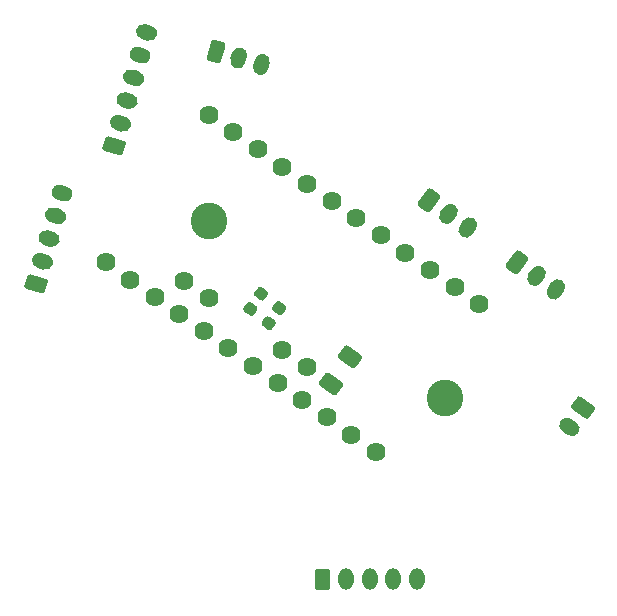
<source format=gts>
G04 #@! TF.GenerationSoftware,KiCad,Pcbnew,(5.1.6)-1*
G04 #@! TF.CreationDate,2020-06-09T11:52:32-04:00*
G04 #@! TF.ProjectId,THROTTLE_INNER_GRIP,5448524f-5454-44c4-955f-494e4e45525f,rev?*
G04 #@! TF.SameCoordinates,Original*
G04 #@! TF.FileFunction,Soldermask,Top*
G04 #@! TF.FilePolarity,Negative*
%FSLAX46Y46*%
G04 Gerber Fmt 4.6, Leading zero omitted, Abs format (unit mm)*
G04 Created by KiCad (PCBNEW (5.1.6)-1) date 2020-06-09 11:52:32*
%MOMM*%
%LPD*%
G01*
G04 APERTURE LIST*
%ADD10C,1.624000*%
%ADD11O,1.300000X1.850000*%
%ADD12C,3.100000*%
G04 APERTURE END LIST*
D10*
G04 #@! TO.C,U1*
X93303586Y-114337408D03*
X91222939Y-112880524D03*
X84981001Y-108509872D03*
X82900355Y-107052987D03*
X99128963Y-121517149D03*
X97048317Y-120060265D03*
X94967671Y-118603381D03*
X92887024Y-117146497D03*
X90806378Y-115689612D03*
X88725732Y-114232728D03*
X86645086Y-112775844D03*
X84564440Y-111318960D03*
X82483793Y-109862076D03*
X80403147Y-108405192D03*
X78322501Y-106948307D03*
X76241855Y-105491423D03*
X84983160Y-93007546D03*
X87063806Y-94464430D03*
X89144452Y-95921314D03*
X91225098Y-97378199D03*
X93305745Y-98835083D03*
X95386391Y-100291967D03*
X97467037Y-101748851D03*
X99547683Y-103205735D03*
X101628329Y-104662619D03*
X103708976Y-106119503D03*
X105789622Y-107576388D03*
X107870268Y-109033272D03*
G04 #@! TD*
G04 #@! TO.C,COM1*
G36*
G01*
X79803557Y-86719003D02*
X79274863Y-86567403D01*
G75*
G02*
X78829207Y-85763419I179164J624820D01*
G01*
X78829207Y-85763419D01*
G75*
G02*
X79633191Y-85317763I624820J-179164D01*
G01*
X80161885Y-85469363D01*
G75*
G02*
X80607541Y-86273347I-179164J-624820D01*
G01*
X80607541Y-86273347D01*
G75*
G02*
X79803557Y-86719003I-624820J179164D01*
G01*
G37*
G36*
G01*
X79252282Y-88641526D02*
X78723588Y-88489926D01*
G75*
G02*
X78277932Y-87685942I179164J624820D01*
G01*
X78277932Y-87685942D01*
G75*
G02*
X79081916Y-87240286I624820J-179164D01*
G01*
X79610610Y-87391886D01*
G75*
G02*
X80056266Y-88195870I-179164J-624820D01*
G01*
X80056266Y-88195870D01*
G75*
G02*
X79252282Y-88641526I-624820J179164D01*
G01*
G37*
G36*
G01*
X78701007Y-90564050D02*
X78172313Y-90412450D01*
G75*
G02*
X77726657Y-89608466I179164J624820D01*
G01*
X77726657Y-89608466D01*
G75*
G02*
X78530641Y-89162810I624820J-179164D01*
G01*
X79059335Y-89314410D01*
G75*
G02*
X79504991Y-90118394I-179164J-624820D01*
G01*
X79504991Y-90118394D01*
G75*
G02*
X78701007Y-90564050I-624820J179164D01*
G01*
G37*
G36*
G01*
X78149732Y-92486573D02*
X77621038Y-92334973D01*
G75*
G02*
X77175382Y-91530989I179164J624820D01*
G01*
X77175382Y-91530989D01*
G75*
G02*
X77979366Y-91085333I624820J-179164D01*
G01*
X78508060Y-91236933D01*
G75*
G02*
X78953716Y-92040917I-179164J-624820D01*
G01*
X78953716Y-92040917D01*
G75*
G02*
X78149732Y-92486573I-624820J179164D01*
G01*
G37*
G36*
G01*
X77598458Y-94409097D02*
X77069764Y-94257497D01*
G75*
G02*
X76624108Y-93453513I179164J624820D01*
G01*
X76624108Y-93453513D01*
G75*
G02*
X77428092Y-93007857I624820J-179164D01*
G01*
X77956786Y-93159457D01*
G75*
G02*
X78402442Y-93963441I-179164J-624820D01*
G01*
X78402442Y-93963441D01*
G75*
G02*
X77598458Y-94409097I-624820J179164D01*
G01*
G37*
G36*
G01*
X77411662Y-96436133D02*
X76154009Y-96075507D01*
G75*
G02*
X75968320Y-95740516I74651J260340D01*
G01*
X76177346Y-95011556D01*
G75*
G02*
X76512337Y-94825867I260340J-74651D01*
G01*
X77769991Y-95186493D01*
G75*
G02*
X77955680Y-95521484I-74651J-260340D01*
G01*
X77746654Y-96250444D01*
G75*
G02*
X77411663Y-96436133I-260340J74651D01*
G01*
G37*
G04 #@! TD*
G04 #@! TO.C,SP1*
G36*
G01*
X113686026Y-107632948D02*
X114001493Y-107182414D01*
G75*
G02*
X114906767Y-107022790I532449J-372825D01*
G01*
X114906767Y-107022790D01*
G75*
G02*
X115066391Y-107928064I-372825J-532449D01*
G01*
X114750923Y-108378598D01*
G75*
G02*
X113845649Y-108538222I-532449J372825D01*
G01*
X113845649Y-108538222D01*
G75*
G02*
X113686025Y-107632948I372825J532449D01*
G01*
G37*
G36*
G01*
X112047722Y-106485795D02*
X112363189Y-106035261D01*
G75*
G02*
X113268463Y-105875637I532449J-372825D01*
G01*
X113268463Y-105875637D01*
G75*
G02*
X113428087Y-106780911I-372825J-532449D01*
G01*
X113112619Y-107231445D01*
G75*
G02*
X112207345Y-107391069I-532449J372825D01*
G01*
X112207345Y-107391069D01*
G75*
G02*
X112047721Y-106485795I372825J532449D01*
G01*
G37*
G36*
G01*
X110191936Y-105649238D02*
X110942366Y-104577512D01*
G75*
G02*
X111319562Y-104511002I221853J-155343D01*
G01*
X111940755Y-104945966D01*
G75*
G02*
X112007265Y-105323162I-155343J-221853D01*
G01*
X111256834Y-106394888D01*
G75*
G02*
X110879638Y-106461398I-221853J155343D01*
G01*
X110258445Y-106026434D01*
G75*
G02*
X110191935Y-105649238I155343J221853D01*
G01*
G37*
G04 #@! TD*
G04 #@! TO.C,CM1*
G36*
G01*
X88742427Y-88817732D02*
X88894027Y-88289038D01*
G75*
G02*
X89698011Y-87843382I624820J-179164D01*
G01*
X89698011Y-87843382D01*
G75*
G02*
X90143667Y-88647366I-179164J-624820D01*
G01*
X89992067Y-89176060D01*
G75*
G02*
X89188083Y-89621716I-624820J179164D01*
G01*
X89188083Y-89621716D01*
G75*
G02*
X88742427Y-88817732I179164J624820D01*
G01*
G37*
G36*
G01*
X86819903Y-88266458D02*
X86971503Y-87737764D01*
G75*
G02*
X87775487Y-87292108I624820J-179164D01*
G01*
X87775487Y-87292108D01*
G75*
G02*
X88221143Y-88096092I-179164J-624820D01*
G01*
X88069543Y-88624786D01*
G75*
G02*
X87265559Y-89070442I-624820J179164D01*
G01*
X87265559Y-89070442D01*
G75*
G02*
X86819903Y-88266458I179164J624820D01*
G01*
G37*
G36*
G01*
X84792867Y-88079662D02*
X85153493Y-86822009D01*
G75*
G02*
X85488484Y-86636320I260340J-74651D01*
G01*
X86217444Y-86845346D01*
G75*
G02*
X86403133Y-87180337I-74651J-260340D01*
G01*
X86042507Y-88437991D01*
G75*
G02*
X85707516Y-88623680I-260340J74651D01*
G01*
X84978556Y-88414654D01*
G75*
G02*
X84792867Y-88079663I74651J260340D01*
G01*
G37*
G04 #@! TD*
G04 #@! TO.C,JOY1*
G36*
G01*
X72648282Y-100325526D02*
X72119588Y-100173926D01*
G75*
G02*
X71673932Y-99369942I179164J624820D01*
G01*
X71673932Y-99369942D01*
G75*
G02*
X72477916Y-98924286I624820J-179164D01*
G01*
X73006610Y-99075886D01*
G75*
G02*
X73452266Y-99879870I-179164J-624820D01*
G01*
X73452266Y-99879870D01*
G75*
G02*
X72648282Y-100325526I-624820J179164D01*
G01*
G37*
G36*
G01*
X72097007Y-102248050D02*
X71568313Y-102096450D01*
G75*
G02*
X71122657Y-101292466I179164J624820D01*
G01*
X71122657Y-101292466D01*
G75*
G02*
X71926641Y-100846810I624820J-179164D01*
G01*
X72455335Y-100998410D01*
G75*
G02*
X72900991Y-101802394I-179164J-624820D01*
G01*
X72900991Y-101802394D01*
G75*
G02*
X72097007Y-102248050I-624820J179164D01*
G01*
G37*
G36*
G01*
X71545732Y-104170573D02*
X71017038Y-104018973D01*
G75*
G02*
X70571382Y-103214989I179164J624820D01*
G01*
X70571382Y-103214989D01*
G75*
G02*
X71375366Y-102769333I624820J-179164D01*
G01*
X71904060Y-102920933D01*
G75*
G02*
X72349716Y-103724917I-179164J-624820D01*
G01*
X72349716Y-103724917D01*
G75*
G02*
X71545732Y-104170573I-624820J179164D01*
G01*
G37*
G36*
G01*
X70994458Y-106093097D02*
X70465764Y-105941497D01*
G75*
G02*
X70020108Y-105137513I179164J624820D01*
G01*
X70020108Y-105137513D01*
G75*
G02*
X70824092Y-104691857I624820J-179164D01*
G01*
X71352786Y-104843457D01*
G75*
G02*
X71798442Y-105647441I-179164J-624820D01*
G01*
X71798442Y-105647441D01*
G75*
G02*
X70994458Y-106093097I-624820J179164D01*
G01*
G37*
G36*
G01*
X70807662Y-108120133D02*
X69550009Y-107759507D01*
G75*
G02*
X69364320Y-107424516I74651J260340D01*
G01*
X69573346Y-106695556D01*
G75*
G02*
X69908337Y-106509867I260340J-74651D01*
G01*
X71165991Y-106870493D01*
G75*
G02*
X71351680Y-107205484I-74651J-260340D01*
G01*
X71142654Y-107934444D01*
G75*
G02*
X70807663Y-108120133I-260340J74651D01*
G01*
G37*
G04 #@! TD*
D11*
G04 #@! TO.C,J2*
X102615000Y-132334000D03*
X100615000Y-132334000D03*
X98615000Y-132334000D03*
X96615000Y-132334000D03*
G36*
G01*
X93965000Y-132988168D02*
X93965000Y-131679832D01*
G75*
G02*
X94235832Y-131409000I270832J0D01*
G01*
X94994168Y-131409000D01*
G75*
G02*
X95265000Y-131679832I0J-270832D01*
G01*
X95265000Y-132988168D01*
G75*
G02*
X94994168Y-133259000I-270832J0D01*
G01*
X94235832Y-133259000D01*
G75*
G02*
X93965000Y-132988168I0J270832D01*
G01*
G37*
G04 #@! TD*
G04 #@! TO.C,CAGE1*
G36*
G01*
X115662605Y-118727922D02*
X116113139Y-119043389D01*
G75*
G02*
X116272763Y-119948663I-372825J-532449D01*
G01*
X116272763Y-119948663D01*
G75*
G02*
X115367489Y-120108287I-532449J372825D01*
G01*
X114916955Y-119792819D01*
G75*
G02*
X114757331Y-118887545I372825J532449D01*
G01*
X114757331Y-118887545D01*
G75*
G02*
X115662605Y-118727921I532449J-372825D01*
G01*
G37*
G36*
G01*
X116499162Y-116872136D02*
X117570888Y-117622566D01*
G75*
G02*
X117637398Y-117999762I-155343J-221853D01*
G01*
X117202434Y-118620955D01*
G75*
G02*
X116825238Y-118687465I-221853J155343D01*
G01*
X115753512Y-117937034D01*
G75*
G02*
X115687002Y-117559838I155343J221853D01*
G01*
X116121966Y-116938645D01*
G75*
G02*
X116499162Y-116872135I221853J-155343D01*
G01*
G37*
G04 #@! TD*
G04 #@! TO.C,ANT1*
G36*
G01*
X106227378Y-102383981D02*
X106542845Y-101933447D01*
G75*
G02*
X107448119Y-101773823I532449J-372825D01*
G01*
X107448119Y-101773823D01*
G75*
G02*
X107607743Y-102679097I-372825J-532449D01*
G01*
X107292275Y-103129631D01*
G75*
G02*
X106387001Y-103289255I-532449J372825D01*
G01*
X106387001Y-103289255D01*
G75*
G02*
X106227377Y-102383981I372825J532449D01*
G01*
G37*
G36*
G01*
X104589074Y-101236828D02*
X104904541Y-100786294D01*
G75*
G02*
X105809815Y-100626670I532449J-372825D01*
G01*
X105809815Y-100626670D01*
G75*
G02*
X105969439Y-101531944I-372825J-532449D01*
G01*
X105653971Y-101982478D01*
G75*
G02*
X104748697Y-102142102I-532449J372825D01*
G01*
X104748697Y-102142102D01*
G75*
G02*
X104589073Y-101236828I372825J532449D01*
G01*
G37*
G36*
G01*
X102733288Y-100400271D02*
X103483718Y-99328545D01*
G75*
G02*
X103860914Y-99262035I221853J-155343D01*
G01*
X104482107Y-99696999D01*
G75*
G02*
X104548617Y-100074195I-155343J-221853D01*
G01*
X103798186Y-101145921D01*
G75*
G02*
X103420990Y-101212431I-221853J155343D01*
G01*
X102799797Y-100777467D01*
G75*
G02*
X102733287Y-100400271I155343J221853D01*
G01*
G37*
G04 #@! TD*
D12*
G04 #@! TO.C,H1*
X105000000Y-117000000D03*
G04 #@! TD*
G04 #@! TO.C,C7*
G36*
G01*
X89357150Y-108692291D02*
X88896377Y-108369654D01*
G75*
G02*
X88836518Y-108030177I139809J199668D01*
G01*
X89116137Y-107630840D01*
G75*
G02*
X89455614Y-107570981I199668J-139809D01*
G01*
X89916387Y-107893618D01*
G75*
G02*
X89976246Y-108233095I-139809J-199668D01*
G01*
X89696627Y-108632432D01*
G75*
G02*
X89357150Y-108692291I-199668J139809D01*
G01*
G37*
G36*
G01*
X88453768Y-109982455D02*
X87992995Y-109659818D01*
G75*
G02*
X87933136Y-109320341I139809J199668D01*
G01*
X88212755Y-108921004D01*
G75*
G02*
X88552232Y-108861145I199668J-139809D01*
G01*
X89013005Y-109183782D01*
G75*
G02*
X89072864Y-109523259I-139809J-199668D01*
G01*
X88793245Y-109922596D01*
G75*
G02*
X88453768Y-109982455I-199668J139809D01*
G01*
G37*
G04 #@! TD*
G04 #@! TO.C,C8*
G36*
G01*
X90902459Y-109915573D02*
X90441686Y-109592936D01*
G75*
G02*
X90381827Y-109253459I139809J199668D01*
G01*
X90661446Y-108854122D01*
G75*
G02*
X91000923Y-108794263I199668J-139809D01*
G01*
X91461696Y-109116900D01*
G75*
G02*
X91521555Y-109456377I-139809J-199668D01*
G01*
X91241936Y-109855714D01*
G75*
G02*
X90902459Y-109915573I-199668J139809D01*
G01*
G37*
G36*
G01*
X89999077Y-111205737D02*
X89538304Y-110883100D01*
G75*
G02*
X89478445Y-110543623I139809J199668D01*
G01*
X89758064Y-110144286D01*
G75*
G02*
X90097541Y-110084427I199668J-139809D01*
G01*
X90558314Y-110407064D01*
G75*
G02*
X90618173Y-110746541I-139809J-199668D01*
G01*
X90338554Y-111145878D01*
G75*
G02*
X89999077Y-111205737I-199668J139809D01*
G01*
G37*
G04 #@! TD*
G04 #@! TO.C,C1*
G36*
G01*
X97091387Y-114412007D02*
X96018298Y-113660622D01*
G75*
G02*
X95951993Y-113284585I154866J221171D01*
G01*
X96416590Y-112621072D01*
G75*
G02*
X96792627Y-112554767I221171J-154866D01*
G01*
X97865716Y-113306152D01*
G75*
G02*
X97932021Y-113682189I-154866J-221171D01*
G01*
X97467424Y-114345702D01*
G75*
G02*
X97091387Y-114412007I-221171J154866D01*
G01*
G37*
G36*
G01*
X95485373Y-116705633D02*
X94412284Y-115954248D01*
G75*
G02*
X94345979Y-115578211I154866J221171D01*
G01*
X94810576Y-114914698D01*
G75*
G02*
X95186613Y-114848393I221171J-154866D01*
G01*
X96259702Y-115599778D01*
G75*
G02*
X96326007Y-115975815I-154866J-221171D01*
G01*
X95861410Y-116639328D01*
G75*
G02*
X95485373Y-116705633I-221171J154866D01*
G01*
G37*
G04 #@! TD*
G04 #@! TO.C,H4*
X85000000Y-102000000D03*
G04 #@! TD*
M02*

</source>
